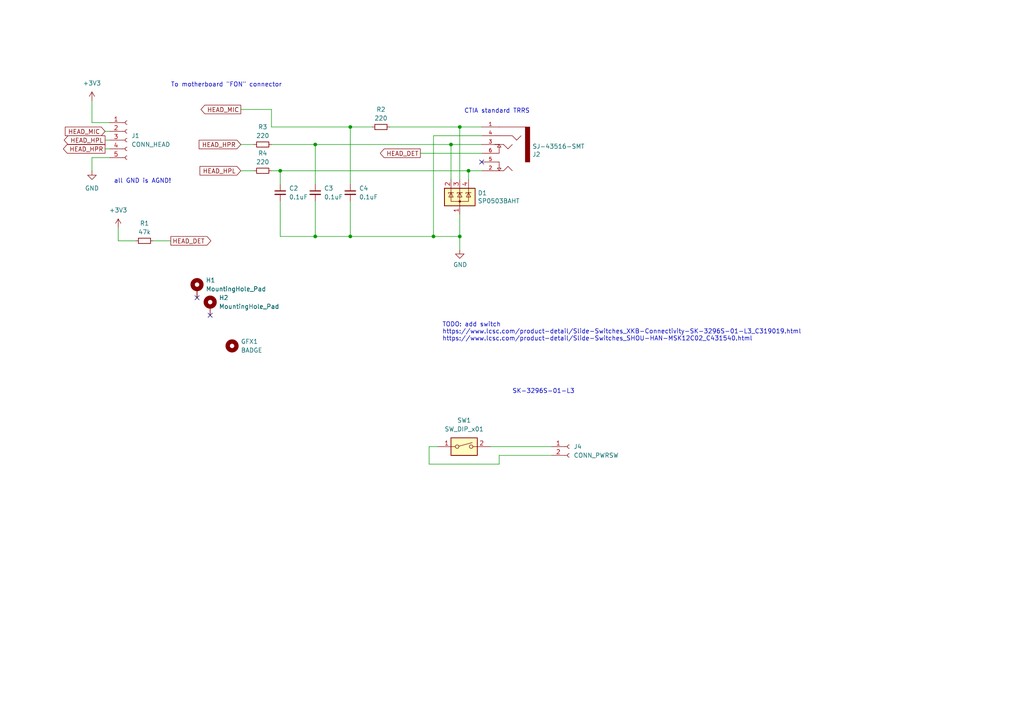
<source format=kicad_sch>
(kicad_sch (version 20230121) (generator eeschema)
  (paper "A4")
  (lib_symbols
    (symbol "Connector:Conn_01x02_Socket" (pin_names (offset 1.016) hide)
      (property "Reference" "J" (at 0 2.54 0))
      (property "Value" "Conn_01x02_Socket" (at 0 -5.08 0))
      (symbol "Conn_01x02_Socket_1_1"
        (arc (start 0 -2.032) (mid -0.5058 -2.54) (end 0 -3.048) (stroke (width 0.1524)))
        (polyline (pts (xy -1.27 -2.54) (xy -0.508 -2.54)) (stroke (width 0.1524)))
        (polyline (pts (xy -1.27 0) (xy -0.508 0)) (stroke (width 0.1524)))
        (arc (start 0 0.508) (mid -0.5058 0) (end 0 -0.508) (stroke (width 0.1524)))
        (pin passive line (at -5.08 0 0) (length 3.81) (name "Pin_1") (number "1"))
        (pin passive line (at -5.08 -2.54 0) (length 3.81) (name "Pin_2") (number "2"))
      )
    )
    (symbol "Connector:Conn_01x05_Socket" (pin_names (offset 1.016) hide)
      (property "Reference" "J" (at 0 7.62 0))
      (property "Value" "Conn_01x05_Socket" (at 0 -7.62 0))
      (symbol "Conn_01x05_Socket_1_1"
        (arc (start 0 -4.572) (mid -0.5058 -5.08) (end 0 -5.588) (stroke (width 0.1524)))
        (arc (start 0 -2.032) (mid -0.5058 -2.54) (end 0 -3.048) (stroke (width 0.1524)))
        (polyline (pts (xy -1.27 -5.08) (xy -0.508 -5.08)) (stroke (width 0.1524)))
        (polyline (pts (xy -1.27 -2.54) (xy -0.508 -2.54)) (stroke (width 0.1524)))
        (polyline (pts (xy -1.27 0) (xy -0.508 0)) (stroke (width 0.1524)))
        (polyline (pts (xy -1.27 2.54) (xy -0.508 2.54)) (stroke (width 0.1524)))
        (polyline (pts (xy -1.27 5.08) (xy -0.508 5.08)) (stroke (width 0.1524)))
        (arc (start 0 0.508) (mid -0.5058 0) (end 0 -0.508) (stroke (width 0.1524)))
        (arc (start 0 3.048) (mid -0.5058 2.54) (end 0 2.032) (stroke (width 0.1524)))
        (arc (start 0 5.588) (mid -0.5058 5.08) (end 0 4.572) (stroke (width 0.1524)))
        (pin passive line (at -5.08 5.08 0) (length 3.81) (name "Pin_1") (number "1"))
        (pin passive line (at -5.08 2.54 0) (length 3.81) (name "Pin_2") (number "2"))
        (pin passive line (at -5.08 0 0) (length 3.81) (name "Pin_3") (number "3"))
        (pin passive line (at -5.08 -2.54 0) (length 3.81) (name "Pin_4") (number "4"))
        (pin passive line (at -5.08 -5.08 0) (length 3.81) (name "Pin_5") (number "5"))
      )
    )
    (symbol "Device:C_Small" (pin_numbers hide) (pin_names (offset 0.254) hide)
      (property "Reference" "C" (at 0.254 1.778 0))
      (property "Value" "C_Small" (at 0.254 -2.032 0))
      (symbol "C_Small_0_1"
        (polyline (pts (xy -1.524 -0.508) (xy 1.524 -0.508)) (stroke (width 0.3302)))
        (polyline (pts (xy -1.524 0.508) (xy 1.524 0.508)) (stroke (width 0.3048)))
      )
      (symbol "C_Small_1_1"
        (pin passive line (at 0 2.54 270) (length 2.032) (name "~") (number "1"))
        (pin passive line (at 0 -2.54 90) (length 2.032) (name "~") (number "2"))
      )
    )
    (symbol "Device:R_Small" (pin_numbers hide) (pin_names (offset 0.254) hide)
      (property "Reference" "R" (at 0.762 0.508 0))
      (property "Value" "R_Small" (at 0.762 -1.016 0))
      (symbol "R_Small_0_1"
        (rectangle (start -0.762 1.778) (end 0.762 -1.778) (stroke (width 0.2032)))
      )
      (symbol "R_Small_1_1"
        (pin passive line (at 0 2.54 270) (length 0.762) (name "~") (number "1"))
        (pin passive line (at 0 -2.54 90) (length 0.762) (name "~") (number "2"))
      )
    )
    (symbol "Mechanical:MountingHole" (pin_names (offset 1.016))
      (property "Reference" "H" (at 0 5.08 0))
      (property "Value" "MountingHole" (at 0 3.175 0))
      (symbol "MountingHole_0_1"
        (circle (center 0 0) (radius 1.27) (stroke (width 1.27)))
      )
    )
    (symbol "Mechanical:MountingHole_Pad" (pin_numbers hide) (pin_names (offset 1.016) hide)
      (property "Reference" "H" (at 0 6.35 0))
      (property "Value" "MountingHole_Pad" (at 0 4.445 0))
      (symbol "MountingHole_Pad_0_1"
        (circle (center 0 1.27) (radius 1.27) (stroke (width 1.27)))
      )
      (symbol "MountingHole_Pad_1_1"
        (pin input line (at 0 -2.54 90) (length 2.54) (name "1") (number "1"))
      )
    )
    (symbol "Power_Protection:SP0503BAHT" (pin_names hide)
      (property "Reference" "D" (at 5.715 2.54 0))
      (property "Value" "SP0503BAHT" (at 5.715 0.635 0))
      (symbol "SP0503BAHT_0_0"
        (pin passive line (at 0 -5.08 90) (length 2.54) (name "A") (number "1"))
      )
      (symbol "SP0503BAHT_0_1"
        (rectangle (start -4.445 2.54) (end 4.445 -2.54) (stroke (width 0.254)) (fill (type background)))
        (circle (center 0 -1.27) (radius 0.254) (fill (type outline)))
        (polyline (pts (xy -2.54 2.54) (xy -2.54 1.27)))
        (polyline (pts (xy 0 -1.27) (xy 0 -2.54)))
        (polyline (pts (xy 0 -1.27) (xy 0 1.27)))
        (polyline (pts (xy 0 2.54) (xy 0 1.27)))
        (polyline (pts (xy 0.635 1.27) (xy 0.762 1.27)))
        (polyline (pts (xy 2.54 2.54) (xy 2.54 1.27)))
        (polyline (pts (xy 0.635 1.27) (xy -0.762 1.27) (xy -0.762 1.016)))
        (polyline (pts (xy -3.302 1.016) (xy -3.302 1.27) (xy -1.905 1.27) (xy -1.778 1.27)))
        (polyline (pts (xy -2.54 1.27) (xy -2.54 -1.27) (xy 2.54 -1.27) (xy 2.54 1.27)))
        (polyline (pts (xy -2.54 1.27) (xy -1.905 0) (xy -3.175 0) (xy -2.54 1.27)))
        (polyline (pts (xy 0.635 0) (xy -0.635 0) (xy 0 1.27) (xy 0.635 0)))
        (polyline (pts (xy 1.778 1.016) (xy 1.778 1.27) (xy 3.175 1.27) (xy 3.302 1.27)))
        (polyline (pts (xy 2.54 1.27) (xy 1.905 0) (xy 3.175 0) (xy 2.54 1.27)))
      )
      (symbol "SP0503BAHT_1_1"
        (pin passive line (at -2.54 5.08 270) (length 2.54) (name "K") (number "2"))
        (pin passive line (at 0 5.08 270) (length 2.54) (name "K") (number "3"))
        (pin passive line (at 2.54 5.08 270) (length 2.54) (name "K") (number "4"))
      )
    )
    (symbol "Switch:SW_DIP_x01" (pin_names (offset 0) hide)
      (property "Reference" "SW" (at 0 3.81 0))
      (property "Value" "SW_DIP_x01" (at 0 -3.81 0))
      (symbol "SW_DIP_x01_0_0"
        (circle (center -2.032 0) (radius 0.508))
        (polyline (pts (xy -1.524 0.127) (xy 2.3622 1.1684)))
        (circle (center 2.032 0) (radius 0.508))
      )
      (symbol "SW_DIP_x01_0_1"
        (rectangle (start -3.81 2.54) (end 3.81 -2.54) (stroke (width 0.254)) (fill (type background)))
      )
      (symbol "SW_DIP_x01_1_1"
        (pin passive line (at -7.62 0 0) (length 5.08) (name "~") (number "1"))
        (pin passive line (at 7.62 0 180) (length 5.08) (name "~") (number "2"))
      )
    )
    (symbol "power:+3V3" (power) (pin_names (offset 0))
      (property "Value" "+3V3" (at 0 3.556 0))
      (symbol "+3V3_0_1"
        (polyline (pts (xy -0.762 1.27) (xy 0 2.54)))
        (polyline (pts (xy 0 0) (xy 0 2.54)))
        (polyline (pts (xy 0 2.54) (xy 0.762 1.27)))
      )
      (symbol "+3V3_1_1"
        (pin power_in line (at 0 0 90) (length 0) hide (name "+3V3") (number "1"))
      )
    )
    (symbol "power:GND" (power) (pin_names (offset 0))
      (property "Value" "GND" (at 0 -3.81 0))
      (symbol "GND_0_1"
        (polyline (pts (xy 0 0) (xy 0 -1.27) (xy 1.27 -1.27) (xy 0 -2.54) (xy -1.27 -1.27) (xy 0 -1.27)))
      )
      (symbol "GND_1_1"
        (pin power_in line (at 0 0 270) (length 0) hide (name "GND") (number "1"))
      )
    )
    (symbol "reform2:SJ-43516-SMT" (pin_names (offset 1.016) hide)
      (property "Reference" "J" (at -7.6454 5.6134 0))
      (property "Value" "SJ-43516-SMT" (at -7.62 -10.668 0))
      (symbol "SJ-43516-SMT_0_0"
        (rectangle (start -8.89 -5.08) (end -7.5946 5.08) (fill (type outline)))
        (polyline (pts (xy -5.08 1.27) (xy -6.35 2.54)) (stroke (width 0.1524)))
        (polyline (pts (xy -3.81 -7.62) (xy -2.54 -6.35)) (stroke (width 0.1524)))
        (polyline (pts (xy -3.81 2.54) (xy -5.08 1.27)) (stroke (width 0.1524)))
        (polyline (pts (xy -2.54 -6.35) (xy -1.27 -7.62)) (stroke (width 0.1524)))
        (polyline (pts (xy -2.54 -1.27) (xy -3.81 0)) (stroke (width 0.1524)))
        (polyline (pts (xy -1.27 -7.62) (xy 0 -7.62)) (stroke (width 0.1524)))
        (polyline (pts (xy -1.27 0) (xy -2.54 -1.27)) (stroke (width 0.1524)))
        (polyline (pts (xy -0.508 -6.858) (xy 0 -7.62)) (stroke (width 0.1524)))
        (polyline (pts (xy -0.508 -0.762) (xy 0 -0.762)) (stroke (width 0.1524)))
        (polyline (pts (xy 0 -7.62) (xy 0.508 -6.858)) (stroke (width 0.1524)))
        (polyline (pts (xy 0 -6.858) (xy -0.508 -6.858)) (stroke (width 0.1524)))
        (polyline (pts (xy 0 -6.858) (xy 0 -5.08)) (stroke (width 0.1524)))
        (polyline (pts (xy 0 -0.762) (xy 0 -2.54)) (stroke (width 0.1524)))
        (polyline (pts (xy 0 -0.762) (xy 0.508 -0.762)) (stroke (width 0.1524)))
        (polyline (pts (xy 0 0) (xy -1.27 0)) (stroke (width 0.1524)))
        (polyline (pts (xy 0 0) (xy -0.508 -0.762)) (stroke (width 0.1524)))
        (polyline (pts (xy 0 5.08) (xy -7.62 5.08)) (stroke (width 0.1524)))
        (polyline (pts (xy 0.508 -6.858) (xy 0 -6.858)) (stroke (width 0.1524)))
        (polyline (pts (xy 0.508 -0.762) (xy 0 0)) (stroke (width 0.1524)))
        (polyline (pts (xy 1.27 0) (xy 0 0)) (stroke (width 0.1524)))
        (polyline (pts (xy 1.27 2.54) (xy -3.81 2.54)) (stroke (width 0.1524)))
        (pin input line (at 5.08 5.08 180) (length 5.08) (name "SLEEVE") (number "1"))
        (pin input line (at 5.08 -7.62 180) (length 5.08) (name "TIP") (number "2"))
        (pin input line (at 5.08 0 180) (length 5.08) (name "RING1") (number "3"))
        (pin input line (at 5.08 2.54 180) (length 5.08) (name "RING2") (number "4"))
        (pin passive line (at 5.08 -5.08 180) (length 5.08) (name "TIP_SWITCH") (number "5"))
        (pin passive line (at 5.08 -2.54 180) (length 5.08) (name "RING_SWITCH") (number "6"))
      )
    )
  )
  (junction (at 130.81 41.91))
  (junction (at 101.6 36.83))
  (junction (at 91.44 68.58))
  (junction (at 135.89 49.53))
  (junction (at 133.35 68.58))
  (junction (at 81.28 49.53))
  (junction (at 133.35 36.83))
  (junction (at 125.73 68.58))
  (junction (at 101.6 68.58))
  (junction (at 91.44 41.91))
  (no_connect (at 60.96 91.44))
  (no_connect (at 139.7 46.99))
  (no_connect (at 57.15 86.36))
  (wire (pts (xy 78.74 41.91) (xy 91.44 41.91)))
  (wire (pts (xy 30.48 43.18) (xy 31.75 43.18)))
  (wire (pts (xy 160.02 132.08) (xy 144.78 132.08)))
  (wire (pts (xy 69.85 41.91) (xy 73.66 41.91)))
  (wire (pts (xy 78.74 36.83) (xy 78.74 31.75)))
  (wire (pts (xy 139.7 39.37) (xy 125.73 39.37)))
  (wire (pts (xy 81.28 49.53) (xy 135.89 49.53)))
  (wire (pts (xy 81.28 68.58) (xy 91.44 68.58)))
  (wire (pts (xy 133.35 36.83) (xy 133.35 52.07)))
  (wire (pts (xy 44.45 69.85) (xy 49.53 69.85)))
  (wire (pts (xy 101.6 68.58) (xy 101.6 58.42)))
  (wire (pts (xy 81.28 58.42) (xy 81.28 68.58)))
  (wire (pts (xy 121.92 44.45) (xy 139.7 44.45)))
  (wire (pts (xy 81.28 49.53) (xy 81.28 53.34)))
  (wire (pts (xy 78.74 49.53) (xy 81.28 49.53)))
  (wire (pts (xy 135.89 49.53) (xy 139.7 49.53)))
  (wire (pts (xy 26.67 35.56) (xy 31.75 35.56)))
  (wire (pts (xy 130.81 41.91) (xy 139.7 41.91)))
  (wire (pts (xy 125.73 68.58) (xy 101.6 68.58)))
  (wire (pts (xy 30.48 40.64) (xy 31.75 40.64)))
  (wire (pts (xy 91.44 68.58) (xy 101.6 68.58)))
  (wire (pts (xy 31.75 45.72) (xy 26.67 45.72)))
  (wire (pts (xy 133.35 68.58) (xy 133.35 62.23)))
  (wire (pts (xy 142.24 129.54) (xy 160.02 129.54)))
  (wire (pts (xy 144.78 132.08) (xy 144.78 134.62)))
  (wire (pts (xy 144.78 134.62) (xy 124.46 134.62)))
  (wire (pts (xy 113.03 36.83) (xy 133.35 36.83)))
  (wire (pts (xy 133.35 72.39) (xy 133.35 68.58)))
  (wire (pts (xy 26.67 45.72) (xy 26.67 49.53)))
  (wire (pts (xy 30.48 38.1) (xy 31.75 38.1)))
  (wire (pts (xy 34.29 69.85) (xy 39.37 69.85)))
  (wire (pts (xy 26.67 29.21) (xy 26.67 35.56)))
  (wire (pts (xy 125.73 68.58) (xy 133.35 68.58)))
  (wire (pts (xy 91.44 41.91) (xy 130.81 41.91)))
  (wire (pts (xy 101.6 36.83) (xy 107.95 36.83)))
  (wire (pts (xy 69.85 31.75) (xy 78.74 31.75)))
  (wire (pts (xy 101.6 36.83) (xy 101.6 53.34)))
  (wire (pts (xy 130.81 41.91) (xy 130.81 52.07)))
  (wire (pts (xy 91.44 58.42) (xy 91.44 68.58)))
  (wire (pts (xy 135.89 49.53) (xy 135.89 52.07)))
  (wire (pts (xy 125.73 39.37) (xy 125.73 68.58)))
  (wire (pts (xy 133.35 36.83) (xy 139.7 36.83)))
  (wire (pts (xy 91.44 41.91) (xy 91.44 53.34)))
  (wire (pts (xy 124.46 129.54) (xy 127 129.54)))
  (wire (pts (xy 124.46 129.54) (xy 124.46 134.62)))
  (wire (pts (xy 69.85 49.53) (xy 73.66 49.53)))
  (wire (pts (xy 34.29 66.04) (xy 34.29 69.85)))
  (wire (pts (xy 78.74 36.83) (xy 101.6 36.83)))
  (text "SK-3296S-01-L3" (at 148.59 114.3 0) (effects (font (size 1.27 1.27)) (justify left bottom)))
  (text "To motherboard \"FON\" connector" (at 49.53 25.4 0) (effects (font (size 1.27 1.27)) (justify left bottom)))
  (text "TODO: add switch\nhttps://www.lcsc.com/product-detail/Slide-Switches_XKB-Connectivity-SK-3296S-01-L3_C319019.html\nhttps://www.lcsc.com/product-detail/Slide-Switches_SHOU-HAN-MSK12C02_C431540.html" (at 128.27 99.06 0) (effects (font (size 1.27 1.27)) (justify left bottom)))
  (text "all GND is AGND!" (at 33.02 53.34 0) (effects (font (size 1.27 1.27)) (justify left bottom)))
  (text "CTIA standard TRRS" (at 134.62 33.02 0) (effects (font (size 1.27 1.27)) (justify left bottom)))
  (global_label "HEAD_HPR" (shape input) (at 69.85 41.91 180) (property "Intersheetrefs" "${INTERSHEET_REFS}" (effects hide)))
  (global_label "HEAD_DET" (shape output) (at 49.53 69.85 0) (property "Intersheetrefs" "${INTERSHEET_REFS}" (effects hide)))
  (global_label "HEAD_HPL" (shape input) (at 69.85 49.53 180) (property "Intersheetrefs" "${INTERSHEET_REFS}" (effects hide)))
  (global_label "HEAD_HPR" (shape output) (at 30.48 43.18 180) (property "Intersheetrefs" "${INTERSHEET_REFS}" (effects hide)))
  (global_label "HEAD_HPL" (shape output) (at 30.48 40.64 180) (property "Intersheetrefs" "${INTERSHEET_REFS}" (effects hide)))
  (global_label "HEAD_MIC" (shape input) (at 30.48 38.1 180) (property "Intersheetrefs" "${INTERSHEET_REFS}" (effects hide)))
  (global_label "HEAD_DET" (shape output) (at 121.92 44.45 180) (property "Intersheetrefs" "${INTERSHEET_REFS}" (effects hide)))
  (global_label "HEAD_MIC" (shape output) (at 69.85 31.75 180) (property "Intersheetrefs" "${INTERSHEET_REFS}" (effects hide)))
  (symbol (lib_id "Mechanical:MountingHole_Pad") (at 57.15 83.82 0) (unit 1)
    (property "Reference" "H1" (at 59.69 81.28 0) (effects (justify left)))
    (property "Value" "MountingHole_Pad" (at 59.69 83.82 0) (effects (justify left)))
    (property "Footprint" "MountingHole:MountingHole_2.2mm_M2_DIN965_Pad" (effects hide))
  )
  (symbol (lib_id "Power_Protection:SP0503BAHT") (at 133.35 57.15 0) (unit 1)
    (property "Reference" "D1" (at 138.557 55.9816 0) (effects (justify left)))
    (property "Value" "SP0503BAHT" (at 138.557 58.293 0) (effects (justify left)))
    (property "Footprint" "Package_TO_SOT_SMD:SOT-143" (effects hide))
    (property "Datasheet" "http://www.littelfuse.com/~/media/files/littelfuse/technical%20resources/documents/data%20sheets/sp05xxba.pdf" (effects hide))
    (property "Distributor" "Mouser" (effects hide))
    (property "Manufacturer" "Littelfuse" (effects hide))
    (property "Manufacturer_No" "SP0503BAHT" (effects hide))
    (property "Checked" "y" (effects hide))
  )
  (symbol (lib_id "Device:R_Small") (at 76.2 41.91 270) (unit 1)
    (property "Reference" "R3" (at 76.2 36.83 90))
    (property "Value" "220" (at 76.2 39.37 90))
    (property "Footprint" "Resistor_SMD:R_0603_1608Metric" (effects hide))
  )
  (symbol (lib_id "Connector:Conn_01x05_Socket") (at 36.83 40.64 0) (unit 1)
    (property "Reference" "J1" (at 38.1 39.37 0) (effects (justify left)))
    (property "Value" "CONN_HEAD" (at 38.1 41.91 0) (effects (justify left)))
    (property "Footprint" "Connector_JST:JST_SH_SM05B-SRSS-TB_1x05-1MP_P1.00mm_Horizontal" (effects hide))
    (property "Manufacturer" "JST" (effects hide))
    (property "Manufacturer_No" "SM05B-SRSS-TB(LF)(SN)" (effects hide))
  )
  (symbol (lib_id "power:+3V3") (at 26.67 29.21 0) (unit 1)
    (property "Reference" "#PWR06" (effects hide))
    (property "Value" "+3V3" (at 26.67 24.13 0))
  )
  (symbol (lib_id "Mechanical:MountingHole_Pad") (at 60.96 88.9 0) (unit 1)
    (property "Reference" "H2" (at 63.5 86.36 0) (effects (justify left)))
    (property "Value" "MountingHole_Pad" (at 63.5 88.9 0) (effects (justify left)))
    (property "Footprint" "MountingHole:MountingHole_2.2mm_M2_DIN965_Pad" (effects hide))
  )
  (symbol (lib_id "Device:R_Small") (at 76.2 49.53 270) (unit 1)
    (property "Reference" "R4" (at 76.2 44.45 90))
    (property "Value" "220" (at 76.2 46.99 90))
    (property "Footprint" "Resistor_SMD:R_0603_1608Metric" (effects hide))
  )
  (symbol (lib_id "power:GND") (at 26.67 49.53 0) (unit 1)
    (property "Reference" "#PWR01" (effects hide))
    (property "Value" "GND" (at 26.67 54.61 0))
  )
  (symbol (lib_id "Device:C_Small") (at 81.28 55.88 0) (unit 1)
    (property "Reference" "C2" (at 83.82 54.6163 0) (effects (justify left)))
    (property "Value" "0.1uF" (at 83.82 57.1563 0) (effects (justify left)))
    (property "Footprint" "Capacitor_SMD:C_0603_1608Metric" (effects hide))
  )
  (symbol (lib_id "Device:R_Small") (at 41.91 69.85 90) (unit 1)
    (property "Reference" "R1" (at 41.91 64.77 90))
    (property "Value" "47k" (at 41.91 67.31 90))
    (property "Footprint" "Resistor_SMD:R_0603_1608Metric" (effects hide))
  )
  (symbol (lib_id "power:+3V3") (at 34.29 66.04 0) (unit 1)
    (property "Reference" "#PWR07" (effects hide))
    (property "Value" "+3V3" (at 34.29 60.96 0))
  )
  (symbol (lib_id "Mechanical:MountingHole") (at 67.31 100.33 0) (unit 1)
    (property "Reference" "GFX1" (at 69.85 99.06 0) (effects (justify left)))
    (property "Value" "BADGE" (at 69.85 101.6 0) (effects (justify left)))
    (property "Footprint" "footprints:pref-headset-badge" (effects hide))
  )
  (symbol (lib_id "power:GND") (at 133.35 72.39 0) (unit 1)
    (property "Reference" "#PWR02" (effects hide))
    (property "Value" "GND" (at 133.477 76.7842 0))
  )
  (symbol (lib_id "Device:C_Small") (at 101.6 55.88 0) (unit 1)
    (property "Reference" "C4" (at 104.14 54.6163 0) (effects (justify left)))
    (property "Value" "0.1uF" (at 104.14 57.1563 0) (effects (justify left)))
    (property "Footprint" "Capacitor_SMD:C_0603_1608Metric" (effects hide))
  )
  (symbol (lib_id "reform2:SJ-43516-SMT") (at 144.78 41.91 0) (mirror y) (unit 1)
    (property "Reference" "J2" (at 154.3812 44.7802 0) (effects (justify right)))
    (property "Value" "SJ-43516-SMT" (at 154.3812 42.4688 0) (effects (justify right)))
    (property "Footprint" "footprints:SJ-43516-SMT" (effects hide))
    (property "Manufacturer" "CUI" (effects hide))
    (property "Manufacturer_No" "SJ-43516-SMT-TR" (effects hide))
    (property "Checked" "y" (effects hide))
    (property "Distributor" "Mouser" (effects hide))
  )
  (symbol (lib_id "Device:C_Small") (at 91.44 55.88 0) (unit 1)
    (property "Reference" "C3" (at 93.98 54.6163 0) (effects (justify left)))
    (property "Value" "0.1uF" (at 93.98 57.1563 0) (effects (justify left)))
    (property "Footprint" "Capacitor_SMD:C_0603_1608Metric" (effects hide))
  )
  (symbol (lib_id "Switch:SW_DIP_x01") (at 134.62 129.54 0) (unit 1)
    (property "Reference" "SW1" (at 134.62 121.92 0))
    (property "Value" "SW_DIP_x01" (at 134.62 124.46 0))
    (property "Footprint" "Button_Switch_SMD:SW_SPDT_PCM12" (effects hide))
  )
  (symbol (lib_id "Device:R_Small") (at 110.49 36.83 90) (unit 1)
    (property "Reference" "R2" (at 110.49 31.75 90))
    (property "Value" "220" (at 110.49 34.29 90))
    (property "Footprint" "Resistor_SMD:R_0603_1608Metric" (effects hide))
  )
  (symbol (lib_id "Connector:Conn_01x02_Socket") (at 165.1 129.54 0) (unit 1)
    (property "Reference" "J4" (at 166.37 129.54 0) (effects (justify left)))
    (property "Value" "CONN_PWRSW" (at 166.37 132.08 0) (effects (justify left)))
    (property "Footprint" "Connector_JST:JST_SH_SM02B-SRSS-TB_1x02-1MP_P1.00mm_Horizontal" (effects hide))
  )
)
</source>
